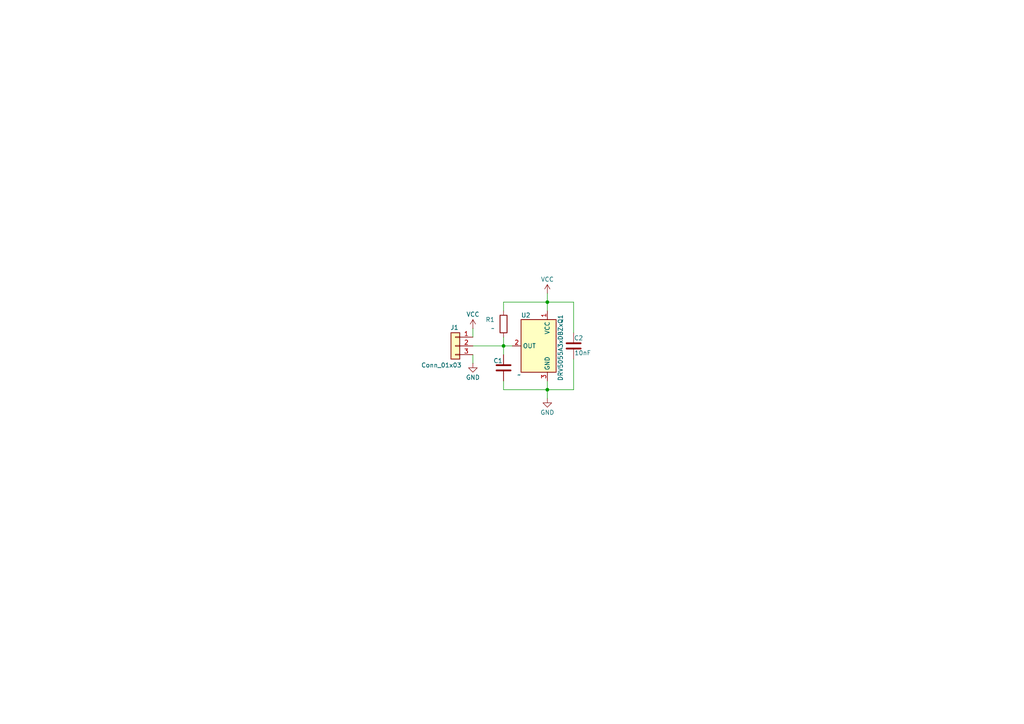
<source format=kicad_sch>
(kicad_sch
	(version 20250114)
	(generator "eeschema")
	(generator_version "9.0")
	(uuid "87321ec7-d131-4aa2-9dcb-5c244d56ab7d")
	(paper "A4")
	(lib_symbols
		(symbol "Connector_Generic:Conn_01x03"
			(pin_names
				(offset 1.016)
				(hide yes)
			)
			(exclude_from_sim no)
			(in_bom yes)
			(on_board yes)
			(property "Reference" "J"
				(at 0 5.08 0)
				(effects
					(font
						(size 1.27 1.27)
					)
				)
			)
			(property "Value" "Conn_01x03"
				(at 0 -5.08 0)
				(effects
					(font
						(size 1.27 1.27)
					)
				)
			)
			(property "Footprint" ""
				(at 0 0 0)
				(effects
					(font
						(size 1.27 1.27)
					)
					(hide yes)
				)
			)
			(property "Datasheet" "~"
				(at 0 0 0)
				(effects
					(font
						(size 1.27 1.27)
					)
					(hide yes)
				)
			)
			(property "Description" "Generic connector, single row, 01x03, script generated (kicad-library-utils/schlib/autogen/connector/)"
				(at 0 0 0)
				(effects
					(font
						(size 1.27 1.27)
					)
					(hide yes)
				)
			)
			(property "ki_keywords" "connector"
				(at 0 0 0)
				(effects
					(font
						(size 1.27 1.27)
					)
					(hide yes)
				)
			)
			(property "ki_fp_filters" "Connector*:*_1x??_*"
				(at 0 0 0)
				(effects
					(font
						(size 1.27 1.27)
					)
					(hide yes)
				)
			)
			(symbol "Conn_01x03_1_1"
				(rectangle
					(start -1.27 3.81)
					(end 1.27 -3.81)
					(stroke
						(width 0.254)
						(type default)
					)
					(fill
						(type background)
					)
				)
				(rectangle
					(start -1.27 2.667)
					(end 0 2.413)
					(stroke
						(width 0.1524)
						(type default)
					)
					(fill
						(type none)
					)
				)
				(rectangle
					(start -1.27 0.127)
					(end 0 -0.127)
					(stroke
						(width 0.1524)
						(type default)
					)
					(fill
						(type none)
					)
				)
				(rectangle
					(start -1.27 -2.413)
					(end 0 -2.667)
					(stroke
						(width 0.1524)
						(type default)
					)
					(fill
						(type none)
					)
				)
				(pin passive line
					(at -5.08 2.54 0)
					(length 3.81)
					(name "Pin_1"
						(effects
							(font
								(size 1.27 1.27)
							)
						)
					)
					(number "1"
						(effects
							(font
								(size 1.27 1.27)
							)
						)
					)
				)
				(pin passive line
					(at -5.08 0 0)
					(length 3.81)
					(name "Pin_2"
						(effects
							(font
								(size 1.27 1.27)
							)
						)
					)
					(number "2"
						(effects
							(font
								(size 1.27 1.27)
							)
						)
					)
				)
				(pin passive line
					(at -5.08 -2.54 0)
					(length 3.81)
					(name "Pin_3"
						(effects
							(font
								(size 1.27 1.27)
							)
						)
					)
					(number "3"
						(effects
							(font
								(size 1.27 1.27)
							)
						)
					)
				)
			)
			(embedded_fonts no)
		)
		(symbol "Device:C"
			(pin_numbers
				(hide yes)
			)
			(pin_names
				(offset 0.254)
			)
			(exclude_from_sim no)
			(in_bom yes)
			(on_board yes)
			(property "Reference" "C"
				(at 0.635 2.54 0)
				(effects
					(font
						(size 1.27 1.27)
					)
					(justify left)
				)
			)
			(property "Value" "C"
				(at 0.635 -2.54 0)
				(effects
					(font
						(size 1.27 1.27)
					)
					(justify left)
				)
			)
			(property "Footprint" ""
				(at 0.9652 -3.81 0)
				(effects
					(font
						(size 1.27 1.27)
					)
					(hide yes)
				)
			)
			(property "Datasheet" "~"
				(at 0 0 0)
				(effects
					(font
						(size 1.27 1.27)
					)
					(hide yes)
				)
			)
			(property "Description" "Unpolarized capacitor"
				(at 0 0 0)
				(effects
					(font
						(size 1.27 1.27)
					)
					(hide yes)
				)
			)
			(property "ki_keywords" "cap capacitor"
				(at 0 0 0)
				(effects
					(font
						(size 1.27 1.27)
					)
					(hide yes)
				)
			)
			(property "ki_fp_filters" "C_*"
				(at 0 0 0)
				(effects
					(font
						(size 1.27 1.27)
					)
					(hide yes)
				)
			)
			(symbol "C_0_1"
				(polyline
					(pts
						(xy -2.032 0.762) (xy 2.032 0.762)
					)
					(stroke
						(width 0.508)
						(type default)
					)
					(fill
						(type none)
					)
				)
				(polyline
					(pts
						(xy -2.032 -0.762) (xy 2.032 -0.762)
					)
					(stroke
						(width 0.508)
						(type default)
					)
					(fill
						(type none)
					)
				)
			)
			(symbol "C_1_1"
				(pin passive line
					(at 0 3.81 270)
					(length 2.794)
					(name "~"
						(effects
							(font
								(size 1.27 1.27)
							)
						)
					)
					(number "1"
						(effects
							(font
								(size 1.27 1.27)
							)
						)
					)
				)
				(pin passive line
					(at 0 -3.81 90)
					(length 2.794)
					(name "~"
						(effects
							(font
								(size 1.27 1.27)
							)
						)
					)
					(number "2"
						(effects
							(font
								(size 1.27 1.27)
							)
						)
					)
				)
			)
			(embedded_fonts no)
		)
		(symbol "Device:R"
			(pin_numbers
				(hide yes)
			)
			(pin_names
				(offset 0)
			)
			(exclude_from_sim no)
			(in_bom yes)
			(on_board yes)
			(property "Reference" "R"
				(at 2.032 0 90)
				(effects
					(font
						(size 1.27 1.27)
					)
				)
			)
			(property "Value" "R"
				(at 0 0 90)
				(effects
					(font
						(size 1.27 1.27)
					)
				)
			)
			(property "Footprint" ""
				(at -1.778 0 90)
				(effects
					(font
						(size 1.27 1.27)
					)
					(hide yes)
				)
			)
			(property "Datasheet" "~"
				(at 0 0 0)
				(effects
					(font
						(size 1.27 1.27)
					)
					(hide yes)
				)
			)
			(property "Description" "Resistor"
				(at 0 0 0)
				(effects
					(font
						(size 1.27 1.27)
					)
					(hide yes)
				)
			)
			(property "ki_keywords" "R res resistor"
				(at 0 0 0)
				(effects
					(font
						(size 1.27 1.27)
					)
					(hide yes)
				)
			)
			(property "ki_fp_filters" "R_*"
				(at 0 0 0)
				(effects
					(font
						(size 1.27 1.27)
					)
					(hide yes)
				)
			)
			(symbol "R_0_1"
				(rectangle
					(start -1.016 -2.54)
					(end 1.016 2.54)
					(stroke
						(width 0.254)
						(type default)
					)
					(fill
						(type none)
					)
				)
			)
			(symbol "R_1_1"
				(pin passive line
					(at 0 3.81 270)
					(length 1.27)
					(name "~"
						(effects
							(font
								(size 1.27 1.27)
							)
						)
					)
					(number "1"
						(effects
							(font
								(size 1.27 1.27)
							)
						)
					)
				)
				(pin passive line
					(at 0 -3.81 90)
					(length 1.27)
					(name "~"
						(effects
							(font
								(size 1.27 1.27)
							)
						)
					)
					(number "2"
						(effects
							(font
								(size 1.27 1.27)
							)
						)
					)
				)
			)
			(embedded_fonts no)
		)
		(symbol "Sensor_Magnetic:DRV5055A3xDBZxQ1"
			(exclude_from_sim no)
			(in_bom yes)
			(on_board yes)
			(property "Reference" "U"
				(at 2.54 12.7 0)
				(effects
					(font
						(size 1.27 1.27)
					)
				)
			)
			(property "Value" "DRV5055A3xDBZxQ1"
				(at 2.54 10.16 0)
				(effects
					(font
						(size 1.27 1.27)
					)
				)
			)
			(property "Footprint" "Package_TO_SOT_SMD:SOT-23"
				(at 0 0 0)
				(effects
					(font
						(size 1.27 1.27)
					)
					(hide yes)
				)
			)
			(property "Datasheet" "https://www.ti.com/lit/ds/symlink/drv5055-q1.pdf"
				(at 0 0 0)
				(effects
					(font
						(size 1.27 1.27)
					)
					(hide yes)
				)
			)
			(property "Description" "25 mV/mT,±85-mT, 20-kHz, 3.3/5V, SOT-23"
				(at 0 0 0)
				(effects
					(font
						(size 1.27 1.27)
					)
					(hide yes)
				)
			)
			(property "ki_keywords" "Automotive Ratiometric Linear Hall Effect Sensor AEC-Q100"
				(at 0 0 0)
				(effects
					(font
						(size 1.27 1.27)
					)
					(hide yes)
				)
			)
			(property "ki_fp_filters" "SOT?23*"
				(at 0 0 0)
				(effects
					(font
						(size 1.27 1.27)
					)
					(hide yes)
				)
			)
			(symbol "DRV5055A3xDBZxQ1_1_1"
				(rectangle
					(start -5.08 7.62)
					(end 5.08 -7.62)
					(stroke
						(width 0.254)
						(type default)
					)
					(fill
						(type background)
					)
				)
				(pin power_in line
					(at -2.54 10.16 270)
					(length 2.54)
					(name "VCC"
						(effects
							(font
								(size 1.27 1.27)
							)
						)
					)
					(number "1"
						(effects
							(font
								(size 1.27 1.27)
							)
						)
					)
				)
				(pin power_in line
					(at -2.54 -10.16 90)
					(length 2.54)
					(name "GND"
						(effects
							(font
								(size 1.27 1.27)
							)
						)
					)
					(number "3"
						(effects
							(font
								(size 1.27 1.27)
							)
						)
					)
				)
				(pin output line
					(at 7.62 0 180)
					(length 2.54)
					(name "OUT"
						(effects
							(font
								(size 1.27 1.27)
							)
						)
					)
					(number "2"
						(effects
							(font
								(size 1.27 1.27)
							)
						)
					)
				)
			)
			(embedded_fonts no)
		)
		(symbol "power:GND"
			(power)
			(pin_numbers
				(hide yes)
			)
			(pin_names
				(offset 0)
				(hide yes)
			)
			(exclude_from_sim no)
			(in_bom yes)
			(on_board yes)
			(property "Reference" "#PWR"
				(at 0 -6.35 0)
				(effects
					(font
						(size 1.27 1.27)
					)
					(hide yes)
				)
			)
			(property "Value" "GND"
				(at 0 -3.81 0)
				(effects
					(font
						(size 1.27 1.27)
					)
				)
			)
			(property "Footprint" ""
				(at 0 0 0)
				(effects
					(font
						(size 1.27 1.27)
					)
					(hide yes)
				)
			)
			(property "Datasheet" ""
				(at 0 0 0)
				(effects
					(font
						(size 1.27 1.27)
					)
					(hide yes)
				)
			)
			(property "Description" "Power symbol creates a global label with name \"GND\" , ground"
				(at 0 0 0)
				(effects
					(font
						(size 1.27 1.27)
					)
					(hide yes)
				)
			)
			(property "ki_keywords" "global power"
				(at 0 0 0)
				(effects
					(font
						(size 1.27 1.27)
					)
					(hide yes)
				)
			)
			(symbol "GND_0_1"
				(polyline
					(pts
						(xy 0 0) (xy 0 -1.27) (xy 1.27 -1.27) (xy 0 -2.54) (xy -1.27 -1.27) (xy 0 -1.27)
					)
					(stroke
						(width 0)
						(type default)
					)
					(fill
						(type none)
					)
				)
			)
			(symbol "GND_1_1"
				(pin power_in line
					(at 0 0 270)
					(length 0)
					(name "~"
						(effects
							(font
								(size 1.27 1.27)
							)
						)
					)
					(number "1"
						(effects
							(font
								(size 1.27 1.27)
							)
						)
					)
				)
			)
			(embedded_fonts no)
		)
		(symbol "power:VCC"
			(power)
			(pin_numbers
				(hide yes)
			)
			(pin_names
				(offset 0)
				(hide yes)
			)
			(exclude_from_sim no)
			(in_bom yes)
			(on_board yes)
			(property "Reference" "#PWR"
				(at 0 -3.81 0)
				(effects
					(font
						(size 1.27 1.27)
					)
					(hide yes)
				)
			)
			(property "Value" "VCC"
				(at 0 3.556 0)
				(effects
					(font
						(size 1.27 1.27)
					)
				)
			)
			(property "Footprint" ""
				(at 0 0 0)
				(effects
					(font
						(size 1.27 1.27)
					)
					(hide yes)
				)
			)
			(property "Datasheet" ""
				(at 0 0 0)
				(effects
					(font
						(size 1.27 1.27)
					)
					(hide yes)
				)
			)
			(property "Description" "Power symbol creates a global label with name \"VCC\""
				(at 0 0 0)
				(effects
					(font
						(size 1.27 1.27)
					)
					(hide yes)
				)
			)
			(property "ki_keywords" "global power"
				(at 0 0 0)
				(effects
					(font
						(size 1.27 1.27)
					)
					(hide yes)
				)
			)
			(symbol "VCC_0_1"
				(polyline
					(pts
						(xy -0.762 1.27) (xy 0 2.54)
					)
					(stroke
						(width 0)
						(type default)
					)
					(fill
						(type none)
					)
				)
				(polyline
					(pts
						(xy 0 2.54) (xy 0.762 1.27)
					)
					(stroke
						(width 0)
						(type default)
					)
					(fill
						(type none)
					)
				)
				(polyline
					(pts
						(xy 0 0) (xy 0 2.54)
					)
					(stroke
						(width 0)
						(type default)
					)
					(fill
						(type none)
					)
				)
			)
			(symbol "VCC_1_1"
				(pin power_in line
					(at 0 0 90)
					(length 0)
					(name "~"
						(effects
							(font
								(size 1.27 1.27)
							)
						)
					)
					(number "1"
						(effects
							(font
								(size 1.27 1.27)
							)
						)
					)
				)
			)
			(embedded_fonts no)
		)
	)
	(junction
		(at 158.75 113.03)
		(diameter 0)
		(color 0 0 0 0)
		(uuid "3909c3e3-eb23-43c3-b324-840990af7500")
	)
	(junction
		(at 158.75 87.63)
		(diameter 0)
		(color 0 0 0 0)
		(uuid "7d14ae73-5933-4eec-81be-cad8a7946c6d")
	)
	(junction
		(at 146.05 100.33)
		(diameter 0)
		(color 0 0 0 0)
		(uuid "ce11184e-d614-4f7d-9a6a-3c3a5c5ed60d")
	)
	(wire
		(pts
			(xy 166.37 104.14) (xy 166.37 113.03)
		)
		(stroke
			(width 0)
			(type default)
		)
		(uuid "0e169ca1-18f3-41a9-81c6-947191a7fd99")
	)
	(wire
		(pts
			(xy 148.59 100.33) (xy 146.05 100.33)
		)
		(stroke
			(width 0)
			(type default)
		)
		(uuid "110da9b4-91d6-4c82-ab70-8d96a33c08e7")
	)
	(wire
		(pts
			(xy 146.05 100.33) (xy 146.05 97.79)
		)
		(stroke
			(width 0)
			(type default)
		)
		(uuid "338d08ee-2b21-480c-b4f8-ee0456b6022d")
	)
	(wire
		(pts
			(xy 158.75 110.49) (xy 158.75 113.03)
		)
		(stroke
			(width 0)
			(type default)
		)
		(uuid "4f842d94-5f18-46aa-b8d1-42fd775b91f2")
	)
	(wire
		(pts
			(xy 158.75 85.09) (xy 158.75 87.63)
		)
		(stroke
			(width 0)
			(type default)
		)
		(uuid "5f651e69-7c55-488a-b481-4b1097f43d63")
	)
	(wire
		(pts
			(xy 137.16 102.87) (xy 137.16 105.41)
		)
		(stroke
			(width 0)
			(type default)
		)
		(uuid "6a4139b1-018e-4fb1-ad75-8f54538121ba")
	)
	(wire
		(pts
			(xy 146.05 90.17) (xy 146.05 87.63)
		)
		(stroke
			(width 0)
			(type default)
		)
		(uuid "72d0e10a-9dba-4e58-83e1-96092020e0b0")
	)
	(wire
		(pts
			(xy 166.37 113.03) (xy 158.75 113.03)
		)
		(stroke
			(width 0)
			(type default)
		)
		(uuid "860e95b3-02f9-4956-be4a-9b88f5901fce")
	)
	(wire
		(pts
			(xy 158.75 113.03) (xy 158.75 115.57)
		)
		(stroke
			(width 0)
			(type default)
		)
		(uuid "8e4695ef-b052-422e-a054-86a6e910e5ab")
	)
	(wire
		(pts
			(xy 146.05 100.33) (xy 146.05 102.87)
		)
		(stroke
			(width 0)
			(type default)
		)
		(uuid "9236fd47-6e3e-4c8b-bdb0-79da6be51ae1")
	)
	(wire
		(pts
			(xy 137.16 97.79) (xy 137.16 95.25)
		)
		(stroke
			(width 0)
			(type default)
		)
		(uuid "9c1a3c6b-c138-4cea-9fde-f8ba52979ddc")
	)
	(wire
		(pts
			(xy 137.16 100.33) (xy 146.05 100.33)
		)
		(stroke
			(width 0)
			(type default)
		)
		(uuid "a11a5d89-905e-4210-8742-bed260d4d2b6")
	)
	(wire
		(pts
			(xy 146.05 113.03) (xy 158.75 113.03)
		)
		(stroke
			(width 0)
			(type default)
		)
		(uuid "a3fcc536-3da8-40fb-80ca-9204c99bb0ab")
	)
	(wire
		(pts
			(xy 166.37 96.52) (xy 166.37 87.63)
		)
		(stroke
			(width 0)
			(type default)
		)
		(uuid "c08acf0b-af60-4f4c-a8c3-61b0dbf1c7db")
	)
	(wire
		(pts
			(xy 146.05 110.49) (xy 146.05 113.03)
		)
		(stroke
			(width 0)
			(type default)
		)
		(uuid "cbbf7494-4a28-47ee-a6d2-be705961113a")
	)
	(wire
		(pts
			(xy 158.75 87.63) (xy 158.75 90.17)
		)
		(stroke
			(width 0)
			(type default)
		)
		(uuid "da507ed8-e3cf-4ae9-8c08-b0191e84d208")
	)
	(wire
		(pts
			(xy 166.37 87.63) (xy 158.75 87.63)
		)
		(stroke
			(width 0)
			(type default)
		)
		(uuid "fab0d657-01bf-471b-9252-93a223e6ab64")
	)
	(wire
		(pts
			(xy 146.05 87.63) (xy 158.75 87.63)
		)
		(stroke
			(width 0)
			(type default)
		)
		(uuid "fef548a9-ae5d-4ffc-8a4f-352f73ab9538")
	)
	(symbol
		(lib_id "power:GND")
		(at 158.75 115.57 0)
		(mirror y)
		(unit 1)
		(exclude_from_sim no)
		(in_bom yes)
		(on_board yes)
		(dnp no)
		(uuid "07ebfb9b-780f-46b6-994a-359ce229cbeb")
		(property "Reference" "#PWR027"
			(at 158.75 121.92 0)
			(effects
				(font
					(size 1.27 1.27)
				)
				(hide yes)
			)
		)
		(property "Value" "GND"
			(at 158.75 119.634 0)
			(effects
				(font
					(size 1.27 1.27)
				)
			)
		)
		(property "Footprint" ""
			(at 158.75 115.57 0)
			(effects
				(font
					(size 1.27 1.27)
				)
				(hide yes)
			)
		)
		(property "Datasheet" ""
			(at 158.75 115.57 0)
			(effects
				(font
					(size 1.27 1.27)
				)
				(hide yes)
			)
		)
		(property "Description" "Power symbol creates a global label with name \"GND\" , ground"
			(at 158.75 115.57 0)
			(effects
				(font
					(size 1.27 1.27)
				)
				(hide yes)
			)
		)
		(pin "1"
			(uuid "e2cad4af-0416-4f29-8230-cf477d45235c")
		)
		(instances
			(project "GLPMJ_One"
				(path "/87321ec7-d131-4aa2-9dcb-5c244d56ab7d"
					(reference "#PWR027")
					(unit 1)
				)
			)
		)
	)
	(symbol
		(lib_id "power:VCC")
		(at 158.75 85.09 0)
		(mirror y)
		(unit 1)
		(exclude_from_sim no)
		(in_bom yes)
		(on_board yes)
		(dnp no)
		(uuid "0947082f-4649-4c98-a716-5aac923cd681")
		(property "Reference" "#PWR021"
			(at 158.75 88.9 0)
			(effects
				(font
					(size 1.27 1.27)
				)
				(hide yes)
			)
		)
		(property "Value" "VCC"
			(at 158.75 81.026 0)
			(effects
				(font
					(size 1.27 1.27)
				)
			)
		)
		(property "Footprint" ""
			(at 158.75 85.09 0)
			(effects
				(font
					(size 1.27 1.27)
				)
				(hide yes)
			)
		)
		(property "Datasheet" ""
			(at 158.75 85.09 0)
			(effects
				(font
					(size 1.27 1.27)
				)
				(hide yes)
			)
		)
		(property "Description" "Power symbol creates a global label with name \"VCC\""
			(at 158.75 85.09 0)
			(effects
				(font
					(size 1.27 1.27)
				)
				(hide yes)
			)
		)
		(pin "1"
			(uuid "a6a33d36-e0b7-4a25-bbe7-f16a3f09b45e")
		)
		(instances
			(project "GLPMJ_One"
				(path "/87321ec7-d131-4aa2-9dcb-5c244d56ab7d"
					(reference "#PWR021")
					(unit 1)
				)
			)
		)
	)
	(symbol
		(lib_id "Device:R")
		(at 146.05 93.98 0)
		(mirror y)
		(unit 1)
		(exclude_from_sim no)
		(in_bom yes)
		(on_board yes)
		(dnp no)
		(fields_autoplaced yes)
		(uuid "0961c03e-10b1-4de2-b9a5-3f0742a7c118")
		(property "Reference" "R1"
			(at 143.51 92.7099 0)
			(effects
				(font
					(size 1.27 1.27)
				)
				(justify left)
			)
		)
		(property "Value" "~"
			(at 143.51 95.2499 0)
			(effects
				(font
					(size 1.27 1.27)
				)
				(justify left)
			)
		)
		(property "Footprint" "Resistor_SMD:R_0603_1608Metric_Pad0.98x0.95mm_HandSolder"
			(at 147.828 93.98 90)
			(effects
				(font
					(size 1.27 1.27)
				)
				(hide yes)
			)
		)
		(property "Datasheet" "~"
			(at 146.05 93.98 0)
			(effects
				(font
					(size 1.27 1.27)
				)
				(hide yes)
			)
		)
		(property "Description" "Resistor"
			(at 146.05 93.98 0)
			(effects
				(font
					(size 1.27 1.27)
				)
				(hide yes)
			)
		)
		(pin "2"
			(uuid "ca98262e-860a-4f82-aac8-90bac788ac8e")
		)
		(pin "1"
			(uuid "9c2b6396-a070-49bc-aa2b-cdd142494094")
		)
		(instances
			(project "GLPMJ_One"
				(path "/87321ec7-d131-4aa2-9dcb-5c244d56ab7d"
					(reference "R1")
					(unit 1)
				)
			)
		)
	)
	(symbol
		(lib_id "Device:C")
		(at 166.37 100.33 0)
		(mirror y)
		(unit 1)
		(exclude_from_sim no)
		(in_bom yes)
		(on_board yes)
		(dnp no)
		(uuid "32deb978-7f92-4cf2-a2bb-6f0a8704380f")
		(property "Reference" "C2"
			(at 169.164 98.044 0)
			(effects
				(font
					(size 1.27 1.27)
				)
				(justify left)
			)
		)
		(property "Value" "10nF"
			(at 171.45 102.362 0)
			(effects
				(font
					(size 1.27 1.27)
				)
				(justify left)
			)
		)
		(property "Footprint" "Capacitor_SMD:C_0402_1005Metric"
			(at 165.4048 104.14 0)
			(effects
				(font
					(size 1.27 1.27)
				)
				(hide yes)
			)
		)
		(property "Datasheet" "~"
			(at 166.37 100.33 0)
			(effects
				(font
					(size 1.27 1.27)
				)
				(hide yes)
			)
		)
		(property "Description" "Unpolarized capacitor"
			(at 166.37 100.33 0)
			(effects
				(font
					(size 1.27 1.27)
				)
				(hide yes)
			)
		)
		(pin "1"
			(uuid "f5324e3b-252f-4049-a58a-0b9a2073f88e")
		)
		(pin "2"
			(uuid "2f7d0492-14f0-462b-859b-0a5d8451acf2")
		)
		(instances
			(project "GLPMJ_One"
				(path "/87321ec7-d131-4aa2-9dcb-5c244d56ab7d"
					(reference "C2")
					(unit 1)
				)
			)
		)
	)
	(symbol
		(lib_id "power:GND")
		(at 137.16 105.41 0)
		(unit 1)
		(exclude_from_sim no)
		(in_bom yes)
		(on_board yes)
		(dnp no)
		(uuid "3ef4d6bc-4b98-448e-8f72-b5a8cde14385")
		(property "Reference" "#PWR016"
			(at 137.16 111.76 0)
			(effects
				(font
					(size 1.27 1.27)
				)
				(hide yes)
			)
		)
		(property "Value" "GND"
			(at 137.16 109.474 0)
			(effects
				(font
					(size 1.27 1.27)
				)
			)
		)
		(property "Footprint" ""
			(at 137.16 105.41 0)
			(effects
				(font
					(size 1.27 1.27)
				)
				(hide yes)
			)
		)
		(property "Datasheet" ""
			(at 137.16 105.41 0)
			(effects
				(font
					(size 1.27 1.27)
				)
				(hide yes)
			)
		)
		(property "Description" "Power symbol creates a global label with name \"GND\" , ground"
			(at 137.16 105.41 0)
			(effects
				(font
					(size 1.27 1.27)
				)
				(hide yes)
			)
		)
		(pin "1"
			(uuid "8128981f-6c84-4043-b77e-76e2ac1c4c20")
		)
		(instances
			(project "GLPMJ_One"
				(path "/87321ec7-d131-4aa2-9dcb-5c244d56ab7d"
					(reference "#PWR016")
					(unit 1)
				)
			)
		)
	)
	(symbol
		(lib_id "Device:C")
		(at 146.05 106.68 0)
		(mirror y)
		(unit 1)
		(exclude_from_sim no)
		(in_bom yes)
		(on_board yes)
		(dnp no)
		(uuid "4e4d1a70-5522-44f7-88bc-942c77a5aafc")
		(property "Reference" "C1"
			(at 145.796 104.648 0)
			(effects
				(font
					(size 1.27 1.27)
				)
				(justify left)
			)
		)
		(property "Value" "~"
			(at 151.13 108.712 0)
			(effects
				(font
					(size 1.27 1.27)
				)
				(justify left)
			)
		)
		(property "Footprint" "Capacitor_SMD:C_0603_1608Metric_Pad1.08x0.95mm_HandSolder"
			(at 145.0848 110.49 0)
			(effects
				(font
					(size 1.27 1.27)
				)
				(hide yes)
			)
		)
		(property "Datasheet" "~"
			(at 146.05 106.68 0)
			(effects
				(font
					(size 1.27 1.27)
				)
				(hide yes)
			)
		)
		(property "Description" "Unpolarized capacitor"
			(at 146.05 106.68 0)
			(effects
				(font
					(size 1.27 1.27)
				)
				(hide yes)
			)
		)
		(pin "1"
			(uuid "7a4616a0-1622-4920-8c80-0c73890e31db")
		)
		(pin "2"
			(uuid "428a3c4f-3be4-458d-87ce-0c92c432cbdc")
		)
		(instances
			(project "GLPMJ_One"
				(path "/87321ec7-d131-4aa2-9dcb-5c244d56ab7d"
					(reference "C1")
					(unit 1)
				)
			)
		)
	)
	(symbol
		(lib_id "power:VCC")
		(at 137.16 95.25 0)
		(unit 1)
		(exclude_from_sim no)
		(in_bom yes)
		(on_board yes)
		(dnp no)
		(uuid "850fc0ea-e42c-44bf-a7d9-644a81787b41")
		(property "Reference" "#PWR06"
			(at 137.16 99.06 0)
			(effects
				(font
					(size 1.27 1.27)
				)
				(hide yes)
			)
		)
		(property "Value" "VCC"
			(at 137.16 91.186 0)
			(effects
				(font
					(size 1.27 1.27)
				)
			)
		)
		(property "Footprint" ""
			(at 137.16 95.25 0)
			(effects
				(font
					(size 1.27 1.27)
				)
				(hide yes)
			)
		)
		(property "Datasheet" ""
			(at 137.16 95.25 0)
			(effects
				(font
					(size 1.27 1.27)
				)
				(hide yes)
			)
		)
		(property "Description" "Power symbol creates a global label with name \"VCC\""
			(at 137.16 95.25 0)
			(effects
				(font
					(size 1.27 1.27)
				)
				(hide yes)
			)
		)
		(pin "1"
			(uuid "0dfc5d11-07d9-4392-b0bd-c3c7b9b815cb")
		)
		(instances
			(project "GLPMJ_One"
				(path "/87321ec7-d131-4aa2-9dcb-5c244d56ab7d"
					(reference "#PWR06")
					(unit 1)
				)
			)
		)
	)
	(symbol
		(lib_id "Connector_Generic:Conn_01x03")
		(at 132.08 100.33 0)
		(mirror y)
		(unit 1)
		(exclude_from_sim no)
		(in_bom yes)
		(on_board yes)
		(dnp no)
		(uuid "e8e28436-d65c-438f-9ff4-dc9e90897b99")
		(property "Reference" "J1"
			(at 131.826 94.996 0)
			(effects
				(font
					(size 1.27 1.27)
				)
			)
		)
		(property "Value" "Conn_01x03"
			(at 128.016 105.918 0)
			(effects
				(font
					(size 1.27 1.27)
				)
			)
		)
		(property "Footprint" "Connector_PinHeader_2.54mm:PinHeader_1x03_P2.54mm_Vertical"
			(at 132.08 100.33 0)
			(effects
				(font
					(size 1.27 1.27)
				)
				(hide yes)
			)
		)
		(property "Datasheet" "~"
			(at 132.08 100.33 0)
			(effects
				(font
					(size 1.27 1.27)
				)
				(hide yes)
			)
		)
		(property "Description" "Generic connector, single row, 01x03, script generated (kicad-library-utils/schlib/autogen/connector/)"
			(at 132.08 100.33 0)
			(effects
				(font
					(size 1.27 1.27)
				)
				(hide yes)
			)
		)
		(pin "1"
			(uuid "9e791f0a-1098-4210-bfd8-c28865bc834e")
		)
		(pin "2"
			(uuid "9a2857e3-c34c-4cac-ac43-c40679dac926")
		)
		(pin "3"
			(uuid "e7c9d27f-4081-4c81-b182-456a27130753")
		)
		(instances
			(project ""
				(path "/87321ec7-d131-4aa2-9dcb-5c244d56ab7d"
					(reference "J1")
					(unit 1)
				)
			)
		)
	)
	(symbol
		(lib_id "Sensor_Magnetic:DRV5055A3xDBZxQ1")
		(at 156.21 100.33 0)
		(mirror y)
		(unit 1)
		(exclude_from_sim no)
		(in_bom yes)
		(on_board yes)
		(dnp no)
		(uuid "f3c49191-9eef-4d2d-bd3b-985865039f42")
		(property "Reference" "U2"
			(at 151.13 91.44 0)
			(effects
				(font
					(size 1.27 1.27)
				)
				(justify right)
			)
		)
		(property "Value" "DRV5055A3xDBZxQ1"
			(at 162.56 91.186 90)
			(effects
				(font
					(size 1.27 1.27)
				)
				(justify right)
			)
		)
		(property "Footprint" "Package_TO_SOT_SMD:SOT-23"
			(at 156.21 100.33 0)
			(effects
				(font
					(size 1.27 1.27)
				)
				(hide yes)
			)
		)
		(property "Datasheet" "https://www.ti.com/lit/ds/symlink/drv5055-q1.pdf"
			(at 156.21 100.33 0)
			(effects
				(font
					(size 1.27 1.27)
				)
				(hide yes)
			)
		)
		(property "Description" "25 mV/mT,±85-mT, 20-kHz, 3.3/5V, SOT-23"
			(at 156.21 100.33 0)
			(effects
				(font
					(size 1.27 1.27)
				)
				(hide yes)
			)
		)
		(pin "3"
			(uuid "8c3c5ac1-1557-4a7e-a840-348b312c484b")
		)
		(pin "1"
			(uuid "f001c70b-0e79-4114-a24c-0cb72c2c12bf")
		)
		(pin "2"
			(uuid "82820095-9640-415f-991e-2815a9b3ad12")
		)
		(instances
			(project "GLPMJ_One"
				(path "/87321ec7-d131-4aa2-9dcb-5c244d56ab7d"
					(reference "U2")
					(unit 1)
				)
			)
		)
	)
	(sheet_instances
		(path "/"
			(page "1")
		)
	)
	(embedded_fonts no)
)

</source>
